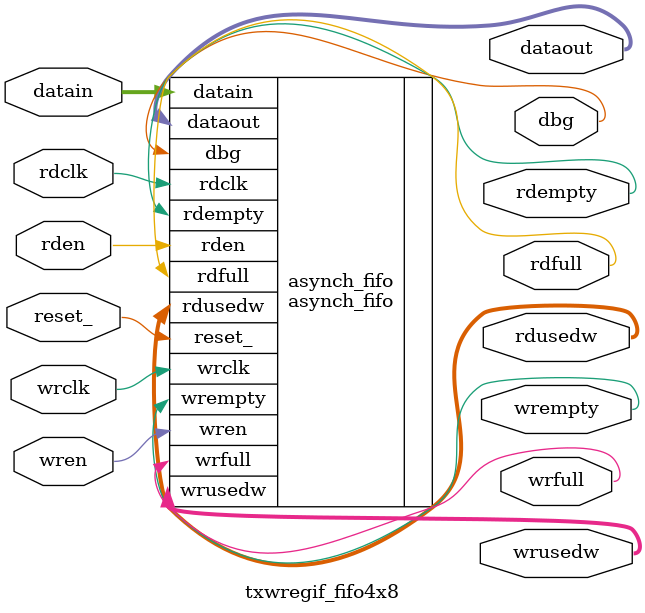
<source format=v>

`timescale 1ns / 1ps

module txwregif_fifo4x8 # (parameter WIDTH = 8,         
								DEPTH = 4,
								PTR	= 2 )          

		  (
			input wire 					reset_,         //i,
			                                                
			input  wire 				wrclk,      	//i, Clk for writing data                                        
			input  wire 				wren,       	//i, request to write                                            
			input  wire [WIDTH-1 : 0]	datain,     	//i, Data coming in                                              
			output wire					wrfull,     	//o, indicates fifo is full or not (To avoid overiding)          
			output wire 			 	wrempty,    	//o, indicates fifo is empty or not (to avoid underflow)         
			output wire	[PTR  : 0]		wrusedw,    	//o, number of slots currently in use for writting             
                                                    	                                                                 
                                                    	                                                                 
			                                        	                                                                 
			input  wire 				rdclk,      	//i, Clk for reading data                                    
			input  wire 				rden,       	//i, Request to read from FIFO                               
			output wire [WIDTH-1 : 0]	dataout,    	//o, Data coming out                                         
			output wire 				rdfull,     	//o, indicates fifo is full or not (To avoid overiding)       
			output wire 				rdempty,	    //o, indicates fifo is empty or not (to avoid underflow)     
			output wire [PTR  : 0] 		rdusedw,        //o, number of slots currently in use for reading            
                                                                                                                                        
			                                                                                                                            
			output wire 				dbg             //o,                                                                                            

);


			
			
asynch_fifo # ( .WIDTH(WIDTH),         
								.DEPTH(DEPTH),
								.PTR(PTR) )          

asynch_fifo		  (
			.reset_		(reset_),
			
			.wrclk		(wrclk),    	// Clk for writing data                                         
			.wren		(wren),     	// request to write                                             
			.datain		(datain),   	// Data coming in                                               
			.wrfull		(wrfull),   	// indicates fifo is full or not (To avoid overiding)           
			.wrempty	(wrempty),  	// indicates fifo is empty or not (to avoid underflow)          
			.wrusedw	(wrusedw),  	// number of slots currently in use for writting                
                                    	                                                              
                                    	                                                              
			// Clk for reading data 	      
			.rdclk		(rdclk),    	// Request to read from FIFO                                      
			.rden		(rden),     	// Data coming out                                                
			.dataout	(dataout),  	// indicates fifo is full or not (To avoid overiding)             
			.rdfull		(rdfull),   	// indicates fifo is empty or not (to avoid underflow)            
			.rdempty	(rdempty),  	// number of slots currently in use for reading                   
			.rdusedw	(rdusedw),    

			
			.dbg		(dbg)

);			
			
			
			
			
endmodule




</source>
